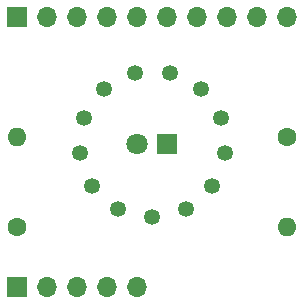
<source format=gbr>
%TF.GenerationSoftware,KiCad,Pcbnew,8.0.3-8.0.3-0~ubuntu22.04.1*%
%TF.CreationDate,2024-07-13T12:54:05+02:00*%
%TF.ProjectId,nixie_breadboard,6e697869-655f-4627-9265-6164626f6172,rev?*%
%TF.SameCoordinates,Original*%
%TF.FileFunction,Soldermask,Top*%
%TF.FilePolarity,Negative*%
%FSLAX46Y46*%
G04 Gerber Fmt 4.6, Leading zero omitted, Abs format (unit mm)*
G04 Created by KiCad (PCBNEW 8.0.3-8.0.3-0~ubuntu22.04.1) date 2024-07-13 12:54:05*
%MOMM*%
%LPD*%
G01*
G04 APERTURE LIST*
%ADD10C,1.346200*%
%ADD11R,1.800000X1.800000*%
%ADD12C,1.800000*%
%ADD13C,1.600000*%
%ADD14O,1.600000X1.600000*%
%ADD15R,1.700000X1.700000*%
%ADD16O,1.700000X1.700000*%
G04 APERTURE END LIST*
D10*
%TO.C,N1*%
X140982700Y-138770360D03*
X130797300Y-138770360D03*
X129745740Y-135999220D03*
X130103880Y-133060440D03*
X131785360Y-130622040D03*
X134409180Y-129245360D03*
X137370820Y-129245360D03*
X139994640Y-130622040D03*
X141676120Y-133060440D03*
X142034260Y-135999220D03*
X135890000Y-141442440D03*
X138765280Y-140733780D03*
X133014720Y-140733780D03*
%TD*%
D11*
%TO.C,D1*%
X137160000Y-135255000D03*
D12*
X134620000Y-135255000D03*
%TD*%
D13*
%TO.C,R1*%
X147320000Y-134620000D03*
D14*
X147320000Y-142240000D03*
%TD*%
D13*
%TO.C,R2*%
X124460000Y-142240000D03*
D14*
X124460000Y-134620000D03*
%TD*%
D15*
%TO.C,J1*%
X124460000Y-124460000D03*
D16*
X127000000Y-124460000D03*
X129540000Y-124460000D03*
X132080000Y-124460000D03*
X134620000Y-124460000D03*
X137160000Y-124460000D03*
X139700000Y-124460000D03*
X142240000Y-124460000D03*
X144780000Y-124460000D03*
X147320000Y-124460000D03*
%TD*%
D15*
%TO.C,J2*%
X124460000Y-147320000D03*
D16*
X127000000Y-147320000D03*
X129540000Y-147320000D03*
X132080000Y-147320000D03*
X134620000Y-147320000D03*
%TD*%
M02*

</source>
